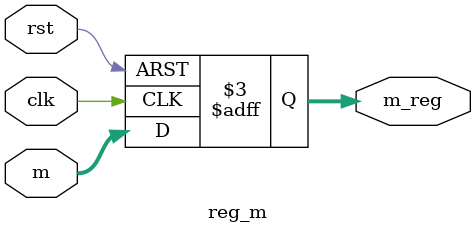
<source format=sv>
module reg_m
#(
    parameter N = 4
)
(
    input clk,
    input rst,
    input [N-1:0] m,

    output logic [N-1:0] m_reg
);

always_ff@(posedge clk, negedge rst)
begin
    if(~rst)
    begin
        /** Clean registers **/
        m_reg <= '0;
    end

    else
    begin
        m_reg <= m;
    end
end
endmodule

</source>
